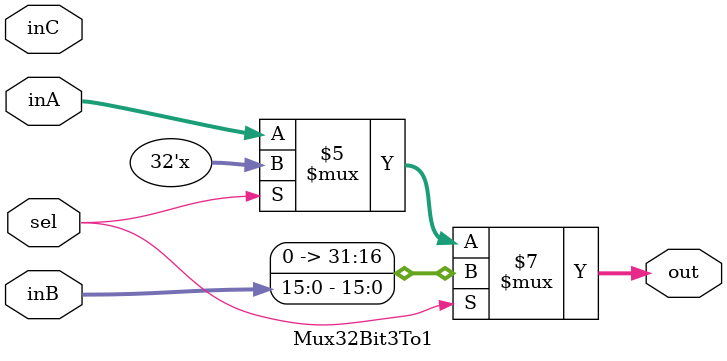
<source format=v>
`timescale 1ns / 1ps


module Mux32Bit3To1(inA, inB, inC, sel, out);
    
    input [31:0] inA;
    input [15:0] inB;
    input [7:0] inC;
    input sel;

    output reg [31:0] out;
    
    // assign out = sel? inB: inA;   for this line, no reg in line 12
    always @(*) begin

    if (sel == 0) begin
        out <= inA;
    end 
    if (sel == 1) begin
        out <= inB;
    end
    if (sel == 2) begin
        out <= inC;
    end
    
    end
    
endmodule

</source>
